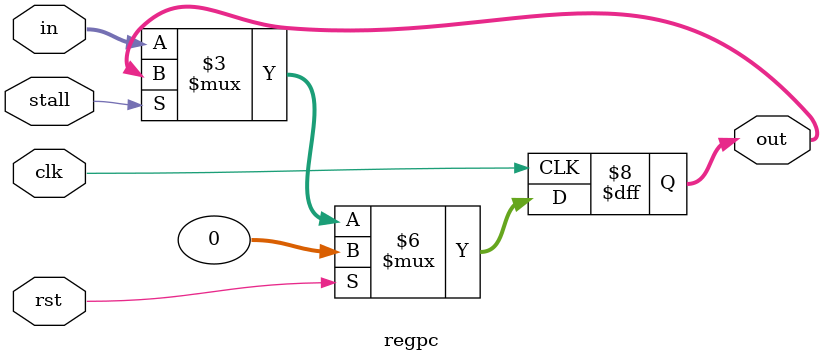
<source format=v>
`timescale 1ns / 1ps


module regpc(
input clk,
input rst,
input stall,
input [31:0]in,
output reg [31:0]out
    );
always@(posedge clk)
    begin
        if(rst)
        out<=0;
        else if(stall)
            out<=out;
            else out<=in;
  end
endmodule

</source>
